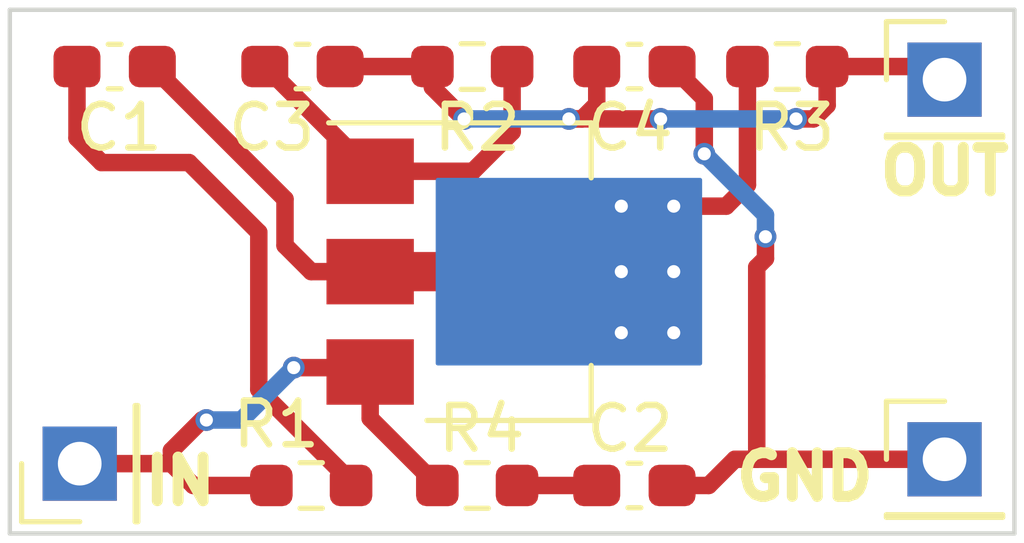
<source format=kicad_pcb>
(kicad_pcb (version 20171130) (host pcbnew "(5.1.8)-1")

  (general
    (thickness 1.324)
    (drawings 8)
    (tracks 76)
    (zones 0)
    (modules 14)
    (nets 8)
  )

  (page A4)
  (title_block
    (title "Constant current source LT3092")
  )

  (layers
    (0 F.Cu signal)
    (1 In1.Cu signal)
    (2 In2.Cu signal)
    (31 B.Cu signal)
    (33 F.Adhes user)
    (35 F.Paste user)
    (37 F.SilkS user)
    (38 B.Mask user)
    (39 F.Mask user)
    (40 Dwgs.User user)
    (41 Cmts.User user)
    (42 Eco1.User user)
    (43 Eco2.User user)
    (44 Edge.Cuts user)
    (45 Margin user)
    (46 B.CrtYd user hide)
    (47 F.CrtYd user)
    (49 F.Fab user hide)
  )

  (setup
    (last_trace_width 0.4)
    (user_trace_width 0.25)
    (user_trace_width 0.4)
    (user_trace_width 0.44)
    (user_trace_width 0.9)
    (user_trace_width 1)
    (trace_clearance 0.2)
    (zone_clearance 0.508)
    (zone_45_only no)
    (trace_min 0.2)
    (via_size 0.8)
    (via_drill 0.4)
    (via_min_size 0.5)
    (via_min_drill 0.2)
    (user_via 0.5 0.2)
    (user_via 0.5 0.3)
    (user_via 0.6 0.3)
    (user_via 2.4 2)
    (uvia_size 0.5)
    (uvia_drill 0.2)
    (uvias_allowed no)
    (uvia_min_size 0.5)
    (uvia_min_drill 0.2)
    (edge_width 0.1)
    (segment_width 0.2)
    (pcb_text_width 0.3)
    (pcb_text_size 1.5 1.5)
    (mod_edge_width 0.12)
    (mod_text_size 1.1 1.1)
    (mod_text_width 0.12)
    (pad_size 1.524 1.524)
    (pad_drill 0.762)
    (pad_to_mask_clearance 0.215)
    (solder_mask_min_width 0.215)
    (aux_axis_origin 0 0)
    (visible_elements 7FFFFFFF)
    (pcbplotparams
      (layerselection 0x010e8_ffffffff)
      (usegerberextensions false)
      (usegerberattributes true)
      (usegerberadvancedattributes true)
      (creategerberjobfile true)
      (excludeedgelayer true)
      (linewidth 0.100000)
      (plotframeref false)
      (viasonmask false)
      (mode 1)
      (useauxorigin false)
      (hpglpennumber 1)
      (hpglpenspeed 20)
      (hpglpendiameter 15.000000)
      (psnegative false)
      (psa4output false)
      (plotreference true)
      (plotvalue true)
      (plotinvisibletext false)
      (padsonsilk false)
      (subtractmaskfromsilk false)
      (outputformat 1)
      (mirror false)
      (drillshape 0)
      (scaleselection 1)
      (outputdirectory "gerber/"))
  )

  (net 0 "")
  (net 1 "Net-(C1-Pad2)")
  (net 2 "Net-(C1-Pad1)")
  (net 3 "Net-(C2-Pad1)")
  (net 4 GND)
  (net 5 "Net-(C3-Pad1)")
  (net 6 "Net-(C3-Pad2)")
  (net 7 "Net-(J1-Pad1)")

  (net_class Default "This is the default net class."
    (clearance 0.2)
    (trace_width 0.25)
    (via_dia 0.8)
    (via_drill 0.4)
    (uvia_dia 0.5)
    (uvia_drill 0.2)
    (add_net GND)
    (add_net "Net-(C1-Pad1)")
    (add_net "Net-(C1-Pad2)")
    (add_net "Net-(C2-Pad1)")
    (add_net "Net-(C3-Pad1)")
    (add_net "Net-(C3-Pad2)")
    (add_net "Net-(J1-Pad1)")
  )

  (net_class GND ""
    (clearance 0.2)
    (trace_width 0.3)
    (via_dia 0.8)
    (via_drill 0.4)
    (uvia_dia 0.5)
    (uvia_drill 0.2)
  )

  (module Capacitor_SMD:C_0603_1608Metric_Pad1.08x0.95mm_HandSolder (layer F.Cu) (tedit 5F68FEEF) (tstamp 600B4AA5)
    (at 83.4 58.3)
    (descr "Capacitor SMD 0603 (1608 Metric), square (rectangular) end terminal, IPC_7351 nominal with elongated pad for handsoldering. (Body size source: IPC-SM-782 page 76, https://www.pcb-3d.com/wordpress/wp-content/uploads/ipc-sm-782a_amendment_1_and_2.pdf), generated with kicad-footprint-generator")
    (tags "capacitor handsolder")
    (path /600AC2B4)
    (attr smd)
    (fp_text reference C1 (at 0.1 1.4) (layer F.SilkS)
      (effects (font (size 1 1) (thickness 0.15)))
    )
    (fp_text value CCOMP (at 0 1.43) (layer F.Fab)
      (effects (font (size 1 1) (thickness 0.15)))
    )
    (fp_line (start 1.65 0.73) (end -1.65 0.73) (layer F.CrtYd) (width 0.05))
    (fp_line (start 1.65 -0.73) (end 1.65 0.73) (layer F.CrtYd) (width 0.05))
    (fp_line (start -1.65 -0.73) (end 1.65 -0.73) (layer F.CrtYd) (width 0.05))
    (fp_line (start -1.65 0.73) (end -1.65 -0.73) (layer F.CrtYd) (width 0.05))
    (fp_line (start -0.146267 0.51) (end 0.146267 0.51) (layer F.SilkS) (width 0.12))
    (fp_line (start -0.146267 -0.51) (end 0.146267 -0.51) (layer F.SilkS) (width 0.12))
    (fp_line (start 0.8 0.4) (end -0.8 0.4) (layer F.Fab) (width 0.1))
    (fp_line (start 0.8 -0.4) (end 0.8 0.4) (layer F.Fab) (width 0.1))
    (fp_line (start -0.8 -0.4) (end 0.8 -0.4) (layer F.Fab) (width 0.1))
    (fp_line (start -0.8 0.4) (end -0.8 -0.4) (layer F.Fab) (width 0.1))
    (fp_text user %R (at 0 0) (layer F.Fab)
      (effects (font (size 0.4 0.4) (thickness 0.06)))
    )
    (pad 2 smd roundrect (at 0.8625 0) (size 1.075 0.95) (layers F.Cu F.Paste F.Mask) (roundrect_rratio 0.25)
      (net 1 "Net-(C1-Pad2)"))
    (pad 1 smd roundrect (at -0.8625 0) (size 1.075 0.95) (layers F.Cu F.Paste F.Mask) (roundrect_rratio 0.25)
      (net 2 "Net-(C1-Pad1)"))
    (model ${KISYS3DMOD}/Capacitor_SMD.3dshapes/C_0603_1608Metric.wrl
      (at (xyz 0 0 0))
      (scale (xyz 1 1 1))
      (rotate (xyz 0 0 0))
    )
  )

  (module Connector_PinHeader_2.54mm:PinHeader_1x01_P2.54mm_Vertical (layer F.Cu) (tedit 59FED5CC) (tstamp 600B703A)
    (at 102.4 67.3)
    (descr "Through hole straight pin header, 1x01, 2.54mm pitch, single row")
    (tags "Through hole pin header THT 1x01 2.54mm single row")
    (path /600ED0FB)
    (fp_text reference J2 (at 1 -1.8) (layer F.SilkS) hide
      (effects (font (size 1 1) (thickness 0.15)))
    )
    (fp_text value Conn_01x01 (at 0 2.33) (layer F.Fab)
      (effects (font (size 1 1) (thickness 0.15)))
    )
    (fp_line (start 1.8 -1.8) (end -1.8 -1.8) (layer F.CrtYd) (width 0.05))
    (fp_line (start 1.8 1.8) (end 1.8 -1.8) (layer F.CrtYd) (width 0.05))
    (fp_line (start -1.8 1.8) (end 1.8 1.8) (layer F.CrtYd) (width 0.05))
    (fp_line (start -1.8 -1.8) (end -1.8 1.8) (layer F.CrtYd) (width 0.05))
    (fp_line (start -1.33 -1.33) (end 0 -1.33) (layer F.SilkS) (width 0.12))
    (fp_line (start -1.33 0) (end -1.33 -1.33) (layer F.SilkS) (width 0.12))
    (fp_line (start -1.33 1.27) (end 1.33 1.27) (layer F.SilkS) (width 0.12))
    (fp_line (start 1.33 1.27) (end 1.33 1.33) (layer F.SilkS) (width 0.12))
    (fp_line (start -1.33 1.27) (end -1.33 1.33) (layer F.SilkS) (width 0.12))
    (fp_line (start -1.33 1.33) (end 1.33 1.33) (layer F.SilkS) (width 0.12))
    (fp_line (start -1.27 -0.635) (end -0.635 -1.27) (layer F.Fab) (width 0.1))
    (fp_line (start -1.27 1.27) (end -1.27 -0.635) (layer F.Fab) (width 0.1))
    (fp_line (start 1.27 1.27) (end -1.27 1.27) (layer F.Fab) (width 0.1))
    (fp_line (start 1.27 -1.27) (end 1.27 1.27) (layer F.Fab) (width 0.1))
    (fp_line (start -0.635 -1.27) (end 1.27 -1.27) (layer F.Fab) (width 0.1))
    (fp_text user %R (at 0 0 90) (layer F.Fab)
      (effects (font (size 1 1) (thickness 0.15)))
    )
    (pad 1 thru_hole rect (at 0 0) (size 1.7 1.7) (drill 1) (layers *.Cu *.Mask)
      (net 4 GND))
    (model ${KISYS3DMOD}/Connector_PinHeader_2.54mm.3dshapes/PinHeader_1x01_P2.54mm_Vertical.wrl
      (at (xyz 0 0 0))
      (scale (xyz 1 1 1))
      (rotate (xyz 0 0 0))
    )
  )

  (module Capacitor_SMD:C_0603_1608Metric_Pad1.08x0.95mm_HandSolder (layer F.Cu) (tedit 5F68FEEF) (tstamp 600B789E)
    (at 95.3 67.9)
    (descr "Capacitor SMD 0603 (1608 Metric), square (rectangular) end terminal, IPC_7351 nominal with elongated pad for handsoldering. (Body size source: IPC-SM-782 page 76, https://www.pcb-3d.com/wordpress/wp-content/uploads/ipc-sm-782a_amendment_1_and_2.pdf), generated with kicad-footprint-generator")
    (tags "capacitor handsolder")
    (path /600AE87E)
    (attr smd)
    (fp_text reference C2 (at -0.1 -1.3) (layer F.SilkS)
      (effects (font (size 1 1) (thickness 0.15)))
    )
    (fp_text value CIN (at 0 1.43) (layer F.Fab)
      (effects (font (size 1 1) (thickness 0.15)))
    )
    (fp_line (start -0.8 0.4) (end -0.8 -0.4) (layer F.Fab) (width 0.1))
    (fp_line (start -0.8 -0.4) (end 0.8 -0.4) (layer F.Fab) (width 0.1))
    (fp_line (start 0.8 -0.4) (end 0.8 0.4) (layer F.Fab) (width 0.1))
    (fp_line (start 0.8 0.4) (end -0.8 0.4) (layer F.Fab) (width 0.1))
    (fp_line (start -0.146267 -0.51) (end 0.146267 -0.51) (layer F.SilkS) (width 0.12))
    (fp_line (start -0.146267 0.51) (end 0.146267 0.51) (layer F.SilkS) (width 0.12))
    (fp_line (start -1.65 0.73) (end -1.65 -0.73) (layer F.CrtYd) (width 0.05))
    (fp_line (start -1.65 -0.73) (end 1.65 -0.73) (layer F.CrtYd) (width 0.05))
    (fp_line (start 1.65 -0.73) (end 1.65 0.73) (layer F.CrtYd) (width 0.05))
    (fp_line (start 1.65 0.73) (end -1.65 0.73) (layer F.CrtYd) (width 0.05))
    (fp_text user %R (at 0 0) (layer F.Fab)
      (effects (font (size 0.4 0.4) (thickness 0.06)))
    )
    (pad 1 smd roundrect (at -0.8625 0) (size 1.075 0.95) (layers F.Cu F.Paste F.Mask) (roundrect_rratio 0.25)
      (net 3 "Net-(C2-Pad1)"))
    (pad 2 smd roundrect (at 0.8625 0) (size 1.075 0.95) (layers F.Cu F.Paste F.Mask) (roundrect_rratio 0.25)
      (net 4 GND))
    (model ${KISYS3DMOD}/Capacitor_SMD.3dshapes/C_0603_1608Metric.wrl
      (at (xyz 0 0 0))
      (scale (xyz 1 1 1))
      (rotate (xyz 0 0 0))
    )
  )

  (module Capacitor_SMD:C_0603_1608Metric_Pad1.08x0.95mm_HandSolder (layer F.Cu) (tedit 5F68FEEF) (tstamp 600B681A)
    (at 87.7 58.3)
    (descr "Capacitor SMD 0603 (1608 Metric), square (rectangular) end terminal, IPC_7351 nominal with elongated pad for handsoldering. (Body size source: IPC-SM-782 page 76, https://www.pcb-3d.com/wordpress/wp-content/uploads/ipc-sm-782a_amendment_1_and_2.pdf), generated with kicad-footprint-generator")
    (tags "capacitor handsolder")
    (path /600AAC8F)
    (attr smd)
    (fp_text reference C3 (at -0.7 1.4) (layer F.SilkS)
      (effects (font (size 1 1) (thickness 0.15)))
    )
    (fp_text value CSET (at 0 1.43) (layer F.Fab)
      (effects (font (size 1 1) (thickness 0.15)))
    )
    (fp_line (start -0.8 0.4) (end -0.8 -0.4) (layer F.Fab) (width 0.1))
    (fp_line (start -0.8 -0.4) (end 0.8 -0.4) (layer F.Fab) (width 0.1))
    (fp_line (start 0.8 -0.4) (end 0.8 0.4) (layer F.Fab) (width 0.1))
    (fp_line (start 0.8 0.4) (end -0.8 0.4) (layer F.Fab) (width 0.1))
    (fp_line (start -0.146267 -0.51) (end 0.146267 -0.51) (layer F.SilkS) (width 0.12))
    (fp_line (start -0.146267 0.51) (end 0.146267 0.51) (layer F.SilkS) (width 0.12))
    (fp_line (start -1.65 0.73) (end -1.65 -0.73) (layer F.CrtYd) (width 0.05))
    (fp_line (start -1.65 -0.73) (end 1.65 -0.73) (layer F.CrtYd) (width 0.05))
    (fp_line (start 1.65 -0.73) (end 1.65 0.73) (layer F.CrtYd) (width 0.05))
    (fp_line (start 1.65 0.73) (end -1.65 0.73) (layer F.CrtYd) (width 0.05))
    (fp_text user %R (at 0 0) (layer F.Fab)
      (effects (font (size 0.4 0.4) (thickness 0.06)))
    )
    (pad 1 smd roundrect (at -0.8625 0) (size 1.075 0.95) (layers F.Cu F.Paste F.Mask) (roundrect_rratio 0.25)
      (net 5 "Net-(C3-Pad1)"))
    (pad 2 smd roundrect (at 0.8625 0) (size 1.075 0.95) (layers F.Cu F.Paste F.Mask) (roundrect_rratio 0.25)
      (net 6 "Net-(C3-Pad2)"))
    (model ${KISYS3DMOD}/Capacitor_SMD.3dshapes/C_0603_1608Metric.wrl
      (at (xyz 0 0 0))
      (scale (xyz 1 1 1))
      (rotate (xyz 0 0 0))
    )
  )

  (module Capacitor_SMD:C_0603_1608Metric_Pad1.08x0.95mm_HandSolder (layer F.Cu) (tedit 5F68FEEF) (tstamp 600B7B53)
    (at 95.3 58.3)
    (descr "Capacitor SMD 0603 (1608 Metric), square (rectangular) end terminal, IPC_7351 nominal with elongated pad for handsoldering. (Body size source: IPC-SM-782 page 76, https://www.pcb-3d.com/wordpress/wp-content/uploads/ipc-sm-782a_amendment_1_and_2.pdf), generated with kicad-footprint-generator")
    (tags "capacitor handsolder")
    (path /600AE0EB)
    (attr smd)
    (fp_text reference C4 (at -0.1 1.4) (layer F.SilkS)
      (effects (font (size 1 1) (thickness 0.15)))
    )
    (fp_text value COUT (at 0 1.43) (layer F.Fab)
      (effects (font (size 1 1) (thickness 0.15)))
    )
    (fp_line (start 1.65 0.73) (end -1.65 0.73) (layer F.CrtYd) (width 0.05))
    (fp_line (start 1.65 -0.73) (end 1.65 0.73) (layer F.CrtYd) (width 0.05))
    (fp_line (start -1.65 -0.73) (end 1.65 -0.73) (layer F.CrtYd) (width 0.05))
    (fp_line (start -1.65 0.73) (end -1.65 -0.73) (layer F.CrtYd) (width 0.05))
    (fp_line (start -0.146267 0.51) (end 0.146267 0.51) (layer F.SilkS) (width 0.12))
    (fp_line (start -0.146267 -0.51) (end 0.146267 -0.51) (layer F.SilkS) (width 0.12))
    (fp_line (start 0.8 0.4) (end -0.8 0.4) (layer F.Fab) (width 0.1))
    (fp_line (start 0.8 -0.4) (end 0.8 0.4) (layer F.Fab) (width 0.1))
    (fp_line (start -0.8 -0.4) (end 0.8 -0.4) (layer F.Fab) (width 0.1))
    (fp_line (start -0.8 0.4) (end -0.8 -0.4) (layer F.Fab) (width 0.1))
    (fp_text user %R (at 0 0) (layer F.Fab)
      (effects (font (size 0.4 0.4) (thickness 0.06)))
    )
    (pad 2 smd roundrect (at 0.8625 0) (size 1.075 0.95) (layers F.Cu F.Paste F.Mask) (roundrect_rratio 0.25)
      (net 4 GND))
    (pad 1 smd roundrect (at -0.8625 0) (size 1.075 0.95) (layers F.Cu F.Paste F.Mask) (roundrect_rratio 0.25)
      (net 6 "Net-(C3-Pad2)"))
    (model ${KISYS3DMOD}/Capacitor_SMD.3dshapes/C_0603_1608Metric.wrl
      (at (xyz 0 0 0))
      (scale (xyz 1 1 1))
      (rotate (xyz 0 0 0))
    )
  )

  (module MountingHole:MountingHole_3mm (layer F.Cu) (tedit 56D1B4CB) (tstamp 600B6518)
    (at 100.7 63)
    (descr "Mounting Hole 3mm, no annular")
    (tags "mounting hole 3mm no annular")
    (path /600BE47B)
    (attr virtual)
    (fp_text reference H1 (at -2.7 0.6) (layer F.SilkS) hide
      (effects (font (size 1 1) (thickness 0.15)))
    )
    (fp_text value MountingHole (at 0 4) (layer F.Fab)
      (effects (font (size 1 1) (thickness 0.15)))
    )
    (fp_circle (center 0 0) (end 3 0) (layer Cmts.User) (width 0.15))
    (fp_circle (center 0 0) (end 3.25 0) (layer F.CrtYd) (width 0.05))
    (fp_text user %R (at 0.3 0) (layer F.Fab)
      (effects (font (size 1 1) (thickness 0.15)))
    )
    (pad 1 np_thru_hole circle (at 0 0) (size 3 3) (drill 3) (layers *.Cu *.Mask))
  )

  (module MountingHole:MountingHole_3mm (layer F.Cu) (tedit 56D1B4CB) (tstamp 600B5265)
    (at 84.3 63)
    (descr "Mounting Hole 3mm, no annular")
    (tags "mounting hole 3mm no annular")
    (path /600BF5CB)
    (attr virtual)
    (fp_text reference H2 (at -1.2 -2.3) (layer F.SilkS) hide
      (effects (font (size 1 1) (thickness 0.15)))
    )
    (fp_text value MountingHole (at 0 4) (layer F.Fab)
      (effects (font (size 1 1) (thickness 0.15)))
    )
    (fp_circle (center 0 0) (end 3.25 0) (layer F.CrtYd) (width 0.05))
    (fp_circle (center 0 0) (end 3 0) (layer Cmts.User) (width 0.15))
    (fp_text user %R (at 0.3 0) (layer F.Fab)
      (effects (font (size 1 1) (thickness 0.15)))
    )
    (pad 1 np_thru_hole circle (at 0 0) (size 3 3) (drill 3) (layers *.Cu *.Mask))
  )

  (module Connector_PinHeader_2.54mm:PinHeader_1x01_P2.54mm_Vertical (layer F.Cu) (tedit 59FED5CC) (tstamp 600B5BCD)
    (at 82.6 67.4 90)
    (descr "Through hole straight pin header, 1x01, 2.54mm pitch, single row")
    (tags "Through hole pin header THT 1x01 2.54mm single row")
    (path /600BB11E)
    (fp_text reference J1 (at 1.9 -0.7 180) (layer F.SilkS) hide
      (effects (font (size 1 1) (thickness 0.15)))
    )
    (fp_text value Conn_01x01 (at 0 2.33 90) (layer F.Fab)
      (effects (font (size 1 1) (thickness 0.15)))
    )
    (fp_line (start -0.635 -1.27) (end 1.27 -1.27) (layer F.Fab) (width 0.1))
    (fp_line (start 1.27 -1.27) (end 1.27 1.27) (layer F.Fab) (width 0.1))
    (fp_line (start 1.27 1.27) (end -1.27 1.27) (layer F.Fab) (width 0.1))
    (fp_line (start -1.27 1.27) (end -1.27 -0.635) (layer F.Fab) (width 0.1))
    (fp_line (start -1.27 -0.635) (end -0.635 -1.27) (layer F.Fab) (width 0.1))
    (fp_line (start -1.33 1.33) (end 1.33 1.33) (layer F.SilkS) (width 0.12))
    (fp_line (start -1.33 1.27) (end -1.33 1.33) (layer F.SilkS) (width 0.12))
    (fp_line (start 1.33 1.27) (end 1.33 1.33) (layer F.SilkS) (width 0.12))
    (fp_line (start -1.33 1.27) (end 1.33 1.27) (layer F.SilkS) (width 0.12))
    (fp_line (start -1.33 0) (end -1.33 -1.33) (layer F.SilkS) (width 0.12))
    (fp_line (start -1.33 -1.33) (end 0 -1.33) (layer F.SilkS) (width 0.12))
    (fp_line (start -1.8 -1.8) (end -1.8 1.8) (layer F.CrtYd) (width 0.05))
    (fp_line (start -1.8 1.8) (end 1.8 1.8) (layer F.CrtYd) (width 0.05))
    (fp_line (start 1.8 1.8) (end 1.8 -1.8) (layer F.CrtYd) (width 0.05))
    (fp_line (start 1.8 -1.8) (end -1.8 -1.8) (layer F.CrtYd) (width 0.05))
    (fp_text user %R (at 0 0) (layer F.Fab)
      (effects (font (size 1 1) (thickness 0.15)))
    )
    (pad 1 thru_hole rect (at 0 0 90) (size 1.7 1.7) (drill 1) (layers *.Cu *.Mask)
      (net 7 "Net-(J1-Pad1)"))
    (model ${KISYS3DMOD}/Connector_PinHeader_2.54mm.3dshapes/PinHeader_1x01_P2.54mm_Vertical.wrl
      (at (xyz 0 0 0))
      (scale (xyz 1 1 1))
      (rotate (xyz 0 0 0))
    )
  )

  (module Connector_PinHeader_2.54mm:PinHeader_1x01_P2.54mm_Vertical (layer F.Cu) (tedit 59FED5CC) (tstamp 600B6603)
    (at 102.4 58.6)
    (descr "Through hole straight pin header, 1x01, 2.54mm pitch, single row")
    (tags "Through hole pin header THT 1x01 2.54mm single row")
    (path /600BC958)
    (fp_text reference J3 (at 0.9 2.3) (layer F.SilkS) hide
      (effects (font (size 1 1) (thickness 0.15)))
    )
    (fp_text value Conn_01x01 (at 0 2.33) (layer F.Fab)
      (effects (font (size 1 1) (thickness 0.15)))
    )
    (fp_line (start 1.8 -1.8) (end -1.8 -1.8) (layer F.CrtYd) (width 0.05))
    (fp_line (start 1.8 1.8) (end 1.8 -1.8) (layer F.CrtYd) (width 0.05))
    (fp_line (start -1.8 1.8) (end 1.8 1.8) (layer F.CrtYd) (width 0.05))
    (fp_line (start -1.8 -1.8) (end -1.8 1.8) (layer F.CrtYd) (width 0.05))
    (fp_line (start -1.33 -1.33) (end 0 -1.33) (layer F.SilkS) (width 0.12))
    (fp_line (start -1.33 0) (end -1.33 -1.33) (layer F.SilkS) (width 0.12))
    (fp_line (start -1.33 1.27) (end 1.33 1.27) (layer F.SilkS) (width 0.12))
    (fp_line (start 1.33 1.27) (end 1.33 1.33) (layer F.SilkS) (width 0.12))
    (fp_line (start -1.33 1.27) (end -1.33 1.33) (layer F.SilkS) (width 0.12))
    (fp_line (start -1.33 1.33) (end 1.33 1.33) (layer F.SilkS) (width 0.12))
    (fp_line (start -1.27 -0.635) (end -0.635 -1.27) (layer F.Fab) (width 0.1))
    (fp_line (start -1.27 1.27) (end -1.27 -0.635) (layer F.Fab) (width 0.1))
    (fp_line (start 1.27 1.27) (end -1.27 1.27) (layer F.Fab) (width 0.1))
    (fp_line (start 1.27 -1.27) (end 1.27 1.27) (layer F.Fab) (width 0.1))
    (fp_line (start -0.635 -1.27) (end 1.27 -1.27) (layer F.Fab) (width 0.1))
    (fp_text user %R (at 0 0 90) (layer F.Fab)
      (effects (font (size 1 1) (thickness 0.15)))
    )
    (pad 1 thru_hole rect (at 0 0) (size 1.7 1.7) (drill 1) (layers *.Cu *.Mask)
      (net 6 "Net-(C3-Pad2)"))
    (model ${KISYS3DMOD}/Connector_PinHeader_2.54mm.3dshapes/PinHeader_1x01_P2.54mm_Vertical.wrl
      (at (xyz 0 0 0))
      (scale (xyz 1 1 1))
      (rotate (xyz 0 0 0))
    )
  )

  (module Resistor_SMD:R_0603_1608Metric_Pad0.98x0.95mm_HandSolder (layer F.Cu) (tedit 5F68FEEE) (tstamp 600B4B39)
    (at 87.9 67.9)
    (descr "Resistor SMD 0603 (1608 Metric), square (rectangular) end terminal, IPC_7351 nominal with elongated pad for handsoldering. (Body size source: IPC-SM-782 page 72, https://www.pcb-3d.com/wordpress/wp-content/uploads/ipc-sm-782a_amendment_1_and_2.pdf), generated with kicad-footprint-generator")
    (tags "resistor handsolder")
    (path /600ABD97)
    (attr smd)
    (fp_text reference R1 (at -0.8 -1.4) (layer F.SilkS)
      (effects (font (size 1 1) (thickness 0.15)))
    )
    (fp_text value RCOMP (at 0 1.43) (layer F.Fab)
      (effects (font (size 1 1) (thickness 0.15)))
    )
    (fp_line (start 1.65 0.73) (end -1.65 0.73) (layer F.CrtYd) (width 0.05))
    (fp_line (start 1.65 -0.73) (end 1.65 0.73) (layer F.CrtYd) (width 0.05))
    (fp_line (start -1.65 -0.73) (end 1.65 -0.73) (layer F.CrtYd) (width 0.05))
    (fp_line (start -1.65 0.73) (end -1.65 -0.73) (layer F.CrtYd) (width 0.05))
    (fp_line (start -0.254724 0.5225) (end 0.254724 0.5225) (layer F.SilkS) (width 0.12))
    (fp_line (start -0.254724 -0.5225) (end 0.254724 -0.5225) (layer F.SilkS) (width 0.12))
    (fp_line (start 0.8 0.4125) (end -0.8 0.4125) (layer F.Fab) (width 0.1))
    (fp_line (start 0.8 -0.4125) (end 0.8 0.4125) (layer F.Fab) (width 0.1))
    (fp_line (start -0.8 -0.4125) (end 0.8 -0.4125) (layer F.Fab) (width 0.1))
    (fp_line (start -0.8 0.4125) (end -0.8 -0.4125) (layer F.Fab) (width 0.1))
    (fp_text user %R (at 0 0) (layer F.Fab)
      (effects (font (size 0.4 0.4) (thickness 0.06)))
    )
    (pad 2 smd roundrect (at 0.9125 0) (size 0.975 0.95) (layers F.Cu F.Paste F.Mask) (roundrect_rratio 0.25)
      (net 2 "Net-(C1-Pad1)"))
    (pad 1 smd roundrect (at -0.9125 0) (size 0.975 0.95) (layers F.Cu F.Paste F.Mask) (roundrect_rratio 0.25)
      (net 7 "Net-(J1-Pad1)"))
    (model ${KISYS3DMOD}/Resistor_SMD.3dshapes/R_0603_1608Metric.wrl
      (at (xyz 0 0 0))
      (scale (xyz 1 1 1))
      (rotate (xyz 0 0 0))
    )
  )

  (module Resistor_SMD:R_0603_1608Metric_Pad0.98x0.95mm_HandSolder (layer F.Cu) (tedit 5F68FEEE) (tstamp 600B82E6)
    (at 91.5875 58.3 180)
    (descr "Resistor SMD 0603 (1608 Metric), square (rectangular) end terminal, IPC_7351 nominal with elongated pad for handsoldering. (Body size source: IPC-SM-782 page 72, https://www.pcb-3d.com/wordpress/wp-content/uploads/ipc-sm-782a_amendment_1_and_2.pdf), generated with kicad-footprint-generator")
    (tags "resistor handsolder")
    (path /600A93A6)
    (attr smd)
    (fp_text reference R2 (at -0.1125 -1.4) (layer F.SilkS)
      (effects (font (size 1 1) (thickness 0.15)))
    )
    (fp_text value RSET (at 0 1.43) (layer F.Fab)
      (effects (font (size 1 1) (thickness 0.15)))
    )
    (fp_line (start -0.8 0.4125) (end -0.8 -0.4125) (layer F.Fab) (width 0.1))
    (fp_line (start -0.8 -0.4125) (end 0.8 -0.4125) (layer F.Fab) (width 0.1))
    (fp_line (start 0.8 -0.4125) (end 0.8 0.4125) (layer F.Fab) (width 0.1))
    (fp_line (start 0.8 0.4125) (end -0.8 0.4125) (layer F.Fab) (width 0.1))
    (fp_line (start -0.254724 -0.5225) (end 0.254724 -0.5225) (layer F.SilkS) (width 0.12))
    (fp_line (start -0.254724 0.5225) (end 0.254724 0.5225) (layer F.SilkS) (width 0.12))
    (fp_line (start -1.65 0.73) (end -1.65 -0.73) (layer F.CrtYd) (width 0.05))
    (fp_line (start -1.65 -0.73) (end 1.65 -0.73) (layer F.CrtYd) (width 0.05))
    (fp_line (start 1.65 -0.73) (end 1.65 0.73) (layer F.CrtYd) (width 0.05))
    (fp_line (start 1.65 0.73) (end -1.65 0.73) (layer F.CrtYd) (width 0.05))
    (fp_text user %R (at 0 0) (layer F.Fab)
      (effects (font (size 0.4 0.4) (thickness 0.06)))
    )
    (pad 1 smd roundrect (at -0.9125 0 180) (size 0.975 0.95) (layers F.Cu F.Paste F.Mask) (roundrect_rratio 0.25)
      (net 5 "Net-(C3-Pad1)"))
    (pad 2 smd roundrect (at 0.9125 0 180) (size 0.975 0.95) (layers F.Cu F.Paste F.Mask) (roundrect_rratio 0.25)
      (net 6 "Net-(C3-Pad2)"))
    (model ${KISYS3DMOD}/Resistor_SMD.3dshapes/R_0603_1608Metric.wrl
      (at (xyz 0 0 0))
      (scale (xyz 1 1 1))
      (rotate (xyz 0 0 0))
    )
  )

  (module Resistor_SMD:R_0603_1608Metric_Pad0.98x0.95mm_HandSolder (layer F.Cu) (tedit 5F68FEEE) (tstamp 600B7D44)
    (at 98.8 58.3 180)
    (descr "Resistor SMD 0603 (1608 Metric), square (rectangular) end terminal, IPC_7351 nominal with elongated pad for handsoldering. (Body size source: IPC-SM-782 page 72, https://www.pcb-3d.com/wordpress/wp-content/uploads/ipc-sm-782a_amendment_1_and_2.pdf), generated with kicad-footprint-generator")
    (tags "resistor handsolder")
    (path /600AC0F4)
    (attr smd)
    (fp_text reference R3 (at -0.1 -1.4) (layer F.SilkS)
      (effects (font (size 1 1) (thickness 0.15)))
    )
    (fp_text value ROUT (at 0 1.43) (layer F.Fab)
      (effects (font (size 1 1) (thickness 0.15)))
    )
    (fp_line (start 1.65 0.73) (end -1.65 0.73) (layer F.CrtYd) (width 0.05))
    (fp_line (start 1.65 -0.73) (end 1.65 0.73) (layer F.CrtYd) (width 0.05))
    (fp_line (start -1.65 -0.73) (end 1.65 -0.73) (layer F.CrtYd) (width 0.05))
    (fp_line (start -1.65 0.73) (end -1.65 -0.73) (layer F.CrtYd) (width 0.05))
    (fp_line (start -0.254724 0.5225) (end 0.254724 0.5225) (layer F.SilkS) (width 0.12))
    (fp_line (start -0.254724 -0.5225) (end 0.254724 -0.5225) (layer F.SilkS) (width 0.12))
    (fp_line (start 0.8 0.4125) (end -0.8 0.4125) (layer F.Fab) (width 0.1))
    (fp_line (start 0.8 -0.4125) (end 0.8 0.4125) (layer F.Fab) (width 0.1))
    (fp_line (start -0.8 -0.4125) (end 0.8 -0.4125) (layer F.Fab) (width 0.1))
    (fp_line (start -0.8 0.4125) (end -0.8 -0.4125) (layer F.Fab) (width 0.1))
    (fp_text user %R (at 0 0) (layer F.Fab)
      (effects (font (size 0.4 0.4) (thickness 0.06)))
    )
    (pad 2 smd roundrect (at 0.9125 0 180) (size 0.975 0.95) (layers F.Cu F.Paste F.Mask) (roundrect_rratio 0.25)
      (net 1 "Net-(C1-Pad2)"))
    (pad 1 smd roundrect (at -0.9125 0 180) (size 0.975 0.95) (layers F.Cu F.Paste F.Mask) (roundrect_rratio 0.25)
      (net 6 "Net-(C3-Pad2)"))
    (model ${KISYS3DMOD}/Resistor_SMD.3dshapes/R_0603_1608Metric.wrl
      (at (xyz 0 0 0))
      (scale (xyz 1 1 1))
      (rotate (xyz 0 0 0))
    )
  )

  (module Resistor_SMD:R_0603_1608Metric_Pad0.98x0.95mm_HandSolder (layer F.Cu) (tedit 5F68FEEE) (tstamp 600B7902)
    (at 91.7 67.9)
    (descr "Resistor SMD 0603 (1608 Metric), square (rectangular) end terminal, IPC_7351 nominal with elongated pad for handsoldering. (Body size source: IPC-SM-782 page 72, https://www.pcb-3d.com/wordpress/wp-content/uploads/ipc-sm-782a_amendment_1_and_2.pdf), generated with kicad-footprint-generator")
    (tags "resistor handsolder")
    (path /600AF224)
    (attr smd)
    (fp_text reference R4 (at 0.1 -1.3) (layer F.SilkS)
      (effects (font (size 1 1) (thickness 0.15)))
    )
    (fp_text value RIN (at 0 1.43) (layer F.Fab)
      (effects (font (size 1 1) (thickness 0.15)))
    )
    (fp_line (start -0.8 0.4125) (end -0.8 -0.4125) (layer F.Fab) (width 0.1))
    (fp_line (start -0.8 -0.4125) (end 0.8 -0.4125) (layer F.Fab) (width 0.1))
    (fp_line (start 0.8 -0.4125) (end 0.8 0.4125) (layer F.Fab) (width 0.1))
    (fp_line (start 0.8 0.4125) (end -0.8 0.4125) (layer F.Fab) (width 0.1))
    (fp_line (start -0.254724 -0.5225) (end 0.254724 -0.5225) (layer F.SilkS) (width 0.12))
    (fp_line (start -0.254724 0.5225) (end 0.254724 0.5225) (layer F.SilkS) (width 0.12))
    (fp_line (start -1.65 0.73) (end -1.65 -0.73) (layer F.CrtYd) (width 0.05))
    (fp_line (start -1.65 -0.73) (end 1.65 -0.73) (layer F.CrtYd) (width 0.05))
    (fp_line (start 1.65 -0.73) (end 1.65 0.73) (layer F.CrtYd) (width 0.05))
    (fp_line (start 1.65 0.73) (end -1.65 0.73) (layer F.CrtYd) (width 0.05))
    (fp_text user %R (at 0 0) (layer F.Fab)
      (effects (font (size 0.4 0.4) (thickness 0.06)))
    )
    (pad 1 smd roundrect (at -0.9125 0) (size 0.975 0.95) (layers F.Cu F.Paste F.Mask) (roundrect_rratio 0.25)
      (net 7 "Net-(J1-Pad1)"))
    (pad 2 smd roundrect (at 0.9125 0) (size 0.975 0.95) (layers F.Cu F.Paste F.Mask) (roundrect_rratio 0.25)
      (net 3 "Net-(C2-Pad1)"))
    (model ${KISYS3DMOD}/Resistor_SMD.3dshapes/R_0603_1608Metric.wrl
      (at (xyz 0 0 0))
      (scale (xyz 1 1 1))
      (rotate (xyz 0 0 0))
    )
  )

  (module Package_TO_SOT_SMD:SOT-223-3_TabPin2 (layer F.Cu) (tedit 5A02FF57) (tstamp 600B7A11)
    (at 92.4 63)
    (descr "module CMS SOT223 4 pins")
    (tags "CMS SOT")
    (path /6009AA4D)
    (attr smd)
    (fp_text reference U1 (at 5.1 2.9) (layer F.SilkS) hide
      (effects (font (size 1 1) (thickness 0.15)))
    )
    (fp_text value LT3092xST (at 0 4.5) (layer F.Fab)
      (effects (font (size 1 1) (thickness 0.15)))
    )
    (fp_line (start 1.91 3.41) (end 1.91 2.15) (layer F.SilkS) (width 0.12))
    (fp_line (start 1.91 -3.41) (end 1.91 -2.15) (layer F.SilkS) (width 0.12))
    (fp_line (start 4.4 -3.6) (end -4.4 -3.6) (layer F.CrtYd) (width 0.05))
    (fp_line (start 4.4 3.6) (end 4.4 -3.6) (layer F.CrtYd) (width 0.05))
    (fp_line (start -4.4 3.6) (end 4.4 3.6) (layer F.CrtYd) (width 0.05))
    (fp_line (start -4.4 -3.6) (end -4.4 3.6) (layer F.CrtYd) (width 0.05))
    (fp_line (start -1.85 -2.35) (end -0.85 -3.35) (layer F.Fab) (width 0.1))
    (fp_line (start -1.85 -2.35) (end -1.85 3.35) (layer F.Fab) (width 0.1))
    (fp_line (start -1.85 3.41) (end 1.91 3.41) (layer F.SilkS) (width 0.12))
    (fp_line (start -0.85 -3.35) (end 1.85 -3.35) (layer F.Fab) (width 0.1))
    (fp_line (start -4.1 -3.41) (end 1.91 -3.41) (layer F.SilkS) (width 0.12))
    (fp_line (start -1.85 3.35) (end 1.85 3.35) (layer F.Fab) (width 0.1))
    (fp_line (start 1.85 -3.35) (end 1.85 3.35) (layer F.Fab) (width 0.1))
    (fp_text user %R (at 0 0 90) (layer F.Fab)
      (effects (font (size 0.8 0.8) (thickness 0.12)))
    )
    (pad 2 smd rect (at 3.15 0) (size 2 3.8) (layers F.Cu F.Paste F.Mask)
      (net 1 "Net-(C1-Pad2)"))
    (pad 2 smd rect (at -3.15 0) (size 2 1.5) (layers F.Cu F.Paste F.Mask)
      (net 1 "Net-(C1-Pad2)"))
    (pad 3 smd rect (at -3.15 2.3) (size 2 1.5) (layers F.Cu F.Paste F.Mask)
      (net 7 "Net-(J1-Pad1)"))
    (pad 1 smd rect (at -3.15 -2.3) (size 2 1.5) (layers F.Cu F.Paste F.Mask)
      (net 5 "Net-(C3-Pad1)"))
    (model ${KISYS3DMOD}/Package_TO_SOT_SMD.3dshapes/SOT-223.wrl
      (at (xyz 0 0 0))
      (scale (xyz 1 1 1))
      (rotate (xyz 0 0 0))
    )
  )

  (gr_line (start 81 69) (end 81 57) (layer Edge.Cuts) (width 0.1) (tstamp 600B76FF))
  (gr_line (start 104 69) (end 81 69) (layer Edge.Cuts) (width 0.1))
  (gr_line (start 104 57) (end 104 69) (layer Edge.Cuts) (width 0.1))
  (gr_line (start 81 57) (end 104 57) (layer Edge.Cuts) (width 0.1))
  (gr_text OUT (at 102.4 60.7) (layer F.SilkS) (tstamp 600B84A8)
    (effects (font (size 1 1) (thickness 0.25)))
  )
  (gr_text IN (at 84.9 67.8) (layer F.SilkS) (tstamp 600B7CE0)
    (effects (font (size 1 1) (thickness 0.25)))
  )
  (gr_text GND (at 99.2 67.7) (layer F.SilkS)
    (effects (font (size 1 1) (thickness 0.25)))
  )
  (gr_poly (pts (xy 96.8 65.1) (xy 90.8 65.1) (xy 90.8 60.9) (xy 96.8 60.9)) (layer B.Cu) (width 0.1) (tstamp 600B79E8))

  (via (at 96.2 64.4) (size 0.5) (drill 0.3) (layers F.Cu B.Cu) (net 1) (tstamp 600B79EB))
  (via (at 95 64.4) (size 0.5) (drill 0.3) (layers F.Cu B.Cu) (net 1) (tstamp 600B79FA))
  (via (at 96.2 63) (size 0.5) (drill 0.3) (layers F.Cu B.Cu) (net 1) (tstamp 600B79F4))
  (via (at 95 63) (size 0.5) (drill 0.3) (layers F.Cu B.Cu) (net 1) (tstamp 600B79EE))
  (via (at 96.2 61.5) (size 0.5) (drill 0.3) (layers F.Cu B.Cu) (net 1) (tstamp 600B79F1))
  (via (at 95 61.5) (size 0.5) (drill 0.3) (layers F.Cu B.Cu) (net 1) (tstamp 600B79F7))
  (segment (start 84.2625 58.3) (end 87.300009 61.337509) (width 0.4) (layer F.Cu) (net 1))
  (segment (start 87.300009 61.337509) (end 87.300009 62.400009) (width 0.4) (layer F.Cu) (net 1))
  (segment (start 87.9 63) (end 89.25 63) (width 0.4) (layer F.Cu) (net 1))
  (segment (start 87.300009 62.400009) (end 87.9 63) (width 0.4) (layer F.Cu) (net 1))
  (segment (start 95.55 61.65) (end 95.55 63) (width 0.4) (layer F.Cu) (net 1))
  (segment (start 89.25 63) (end 95.55 63) (width 0.9) (layer F.Cu) (net 1))
  (segment (start 97.8875 61.0125) (end 97.8875 58.3) (width 0.4) (layer F.Cu) (net 1))
  (segment (start 97.4 61.5) (end 97.8875 61.0125) (width 0.4) (layer F.Cu) (net 1))
  (segment (start 96.2 61.5) (end 97.4 61.5) (width 0.4) (layer F.Cu) (net 1))
  (segment (start 88.8125 67.9) (end 88.8125 67.8125) (width 0.4) (layer F.Cu) (net 2))
  (segment (start 88.8125 67.8125) (end 86.7 65.7) (width 0.4) (layer F.Cu) (net 2))
  (segment (start 86.7 65.7) (end 86.7 62.1) (width 0.4) (layer F.Cu) (net 2))
  (segment (start 86.7 62.1) (end 85.1 60.5) (width 0.4) (layer F.Cu) (net 2))
  (segment (start 85.1 60.5) (end 83.1 60.5) (width 0.4) (layer F.Cu) (net 2))
  (segment (start 82.5375 59.9375) (end 82.5375 58.3) (width 0.4) (layer F.Cu) (net 2))
  (segment (start 83.1 60.5) (end 82.5375 59.9375) (width 0.4) (layer F.Cu) (net 2))
  (segment (start 92.6125 67.9) (end 94.4375 67.9) (width 0.4) (layer F.Cu) (net 3))
  (segment (start 96.1625 67.9) (end 97 67.9) (width 0.4) (layer F.Cu) (net 4))
  (segment (start 97 67.9) (end 97.6 67.3) (width 0.4) (layer F.Cu) (net 4))
  (segment (start 97.6 67.3) (end 98.1 67.3) (width 0.4) (layer F.Cu) (net 4))
  (segment (start 98.1 67.3) (end 102.4 67.3) (width 0.4) (layer F.Cu) (net 4))
  (segment (start 98.1 65.4) (end 98.1 67.3) (width 0.4) (layer F.Cu) (net 4))
  (segment (start 96.1625 58.3) (end 96.1625 58.5625) (width 0.4) (layer F.Cu) (net 4))
  (segment (start 96.1625 58.3) (end 96.9 59.0375) (width 0.4) (layer F.Cu) (net 4))
  (via (at 96.9 60.3) (size 0.5) (drill 0.3) (layers F.Cu B.Cu) (net 4))
  (segment (start 96.9 59.0375) (end 96.9 60.3) (width 0.4) (layer F.Cu) (net 4))
  (segment (start 96.9 60.3) (end 98.3 61.7) (width 0.4) (layer B.Cu) (net 4))
  (via (at 98.3 62.2) (size 0.5) (drill 0.3) (layers F.Cu B.Cu) (net 4))
  (segment (start 98.3 61.7) (end 98.3 62.2) (width 0.4) (layer B.Cu) (net 4))
  (segment (start 98.3 62.2) (end 98.3 62.7) (width 0.4) (layer F.Cu) (net 4))
  (segment (start 98.1 62.9) (end 98.1 65.4) (width 0.4) (layer F.Cu) (net 4))
  (segment (start 98.3 62.7) (end 98.1 62.9) (width 0.4) (layer F.Cu) (net 4))
  (segment (start 86.85 58.3) (end 89.25 60.7) (width 0.4) (layer F.Cu) (net 5))
  (segment (start 86.8375 58.3) (end 86.85 58.3) (width 0.4) (layer F.Cu) (net 5))
  (segment (start 89.25 60.7) (end 91.6 60.7) (width 0.4) (layer F.Cu) (net 5))
  (segment (start 92.5 59.8) (end 92.5 58.3) (width 0.4) (layer F.Cu) (net 5))
  (segment (start 91.6 60.7) (end 92.5 59.8) (width 0.4) (layer F.Cu) (net 5))
  (segment (start 99.7125 58.3) (end 100 58.3) (width 0.4) (layer F.Cu) (net 6))
  (segment (start 102.1 58.3) (end 102.4 58.6) (width 0.4) (layer F.Cu) (net 6))
  (segment (start 99.7125 58.3) (end 102.1 58.3) (width 0.4) (layer F.Cu) (net 6))
  (segment (start 88.5625 58.3) (end 90.675 58.3) (width 0.4) (layer F.Cu) (net 6))
  (segment (start 90.675 58.3) (end 90.675 58.775) (width 0.4) (layer F.Cu) (net 6))
  (via (at 91.4 59.5) (size 0.5) (drill 0.3) (layers F.Cu B.Cu) (net 6))
  (segment (start 90.675 58.775) (end 91.4 59.5) (width 0.4) (layer F.Cu) (net 6))
  (segment (start 91.4 59.5) (end 93.8 59.5) (width 0.4) (layer B.Cu) (net 6))
  (via (at 93.8 59.5) (size 0.5) (drill 0.3) (layers F.Cu B.Cu) (net 6))
  (segment (start 93.8 59.5) (end 94.1 59.5) (width 0.4) (layer F.Cu) (net 6))
  (segment (start 94.4375 59.1625) (end 94.4375 58.3) (width 0.4) (layer F.Cu) (net 6))
  (segment (start 94.1 59.5) (end 94.4375 59.1625) (width 0.4) (layer F.Cu) (net 6))
  (segment (start 93.8 59.5) (end 95.9 59.5) (width 0.4) (layer F.Cu) (net 6))
  (via (at 95.9 59.5) (size 0.5) (drill 0.3) (layers F.Cu B.Cu) (net 6))
  (segment (start 95.9 59.5) (end 99 59.5) (width 0.4) (layer B.Cu) (net 6))
  (via (at 99 59.5) (size 0.5) (drill 0.3) (layers F.Cu B.Cu) (net 6))
  (segment (start 99 59.5) (end 99.4 59.5) (width 0.4) (layer F.Cu) (net 6))
  (segment (start 99.7125 59.1875) (end 99.7125 58.3) (width 0.4) (layer F.Cu) (net 6))
  (segment (start 99.4 59.5) (end 99.7125 59.1875) (width 0.4) (layer F.Cu) (net 6))
  (segment (start 82.6 67.4) (end 84.7 67.4) (width 0.4) (layer F.Cu) (net 7))
  (segment (start 85.2 67.9) (end 86.9875 67.9) (width 0.4) (layer F.Cu) (net 7))
  (segment (start 84.7 67.4) (end 85.2 67.9) (width 0.4) (layer F.Cu) (net 7))
  (segment (start 84.7 67.4) (end 84.7 67.1) (width 0.4) (layer F.Cu) (net 7))
  (via (at 85.5 66.4) (size 0.5) (drill 0.3) (layers F.Cu B.Cu) (net 7))
  (segment (start 85.4 66.4) (end 85.5 66.4) (width 0.4) (layer F.Cu) (net 7))
  (segment (start 84.7 67.1) (end 85.4 66.4) (width 0.4) (layer F.Cu) (net 7))
  (segment (start 85.5 66.4) (end 86.3 66.4) (width 0.4) (layer B.Cu) (net 7))
  (via (at 87.5 65.2) (size 0.5) (drill 0.3) (layers F.Cu B.Cu) (net 7))
  (segment (start 86.3 66.4) (end 87.5 65.2) (width 0.4) (layer B.Cu) (net 7))
  (segment (start 89.15 65.2) (end 89.25 65.3) (width 0.4) (layer F.Cu) (net 7))
  (segment (start 87.5 65.2) (end 89.15 65.2) (width 0.4) (layer F.Cu) (net 7))
  (segment (start 89.25 66.3625) (end 90.7875 67.9) (width 0.4) (layer F.Cu) (net 7))
  (segment (start 89.25 65.3) (end 89.25 66.3625) (width 0.4) (layer F.Cu) (net 7))

)

</source>
